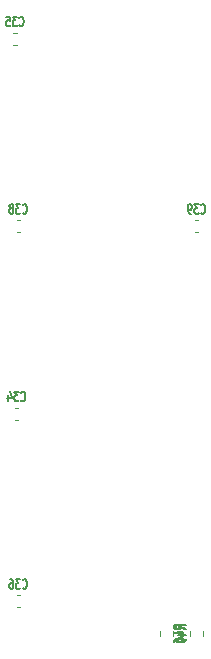
<source format=gbo>
%TF.GenerationSoftware,KiCad,Pcbnew,(6.0.7)*%
%TF.CreationDate,2022-12-07T22:38:20+09:00*%
%TF.ProjectId,multi_channel_temperature,6d756c74-695f-4636-9861-6e6e656c5f74,rev?*%
%TF.SameCoordinates,Original*%
%TF.FileFunction,Legend,Bot*%
%TF.FilePolarity,Positive*%
%FSLAX46Y46*%
G04 Gerber Fmt 4.6, Leading zero omitted, Abs format (unit mm)*
G04 Created by KiCad (PCBNEW (6.0.7)) date 2022-12-07 22:38:20*
%MOMM*%
%LPD*%
G01*
G04 APERTURE LIST*
%ADD10C,0.150000*%
%ADD11C,0.120000*%
G04 APERTURE END LIST*
D10*
%TO.C,R46*%
X-26468095Y-4885285D02*
X-26849047Y-4685285D01*
X-26468095Y-4542428D02*
X-27268095Y-4542428D01*
X-27268095Y-4771000D01*
X-27230000Y-4828142D01*
X-27191904Y-4856714D01*
X-27115714Y-4885285D01*
X-27001428Y-4885285D01*
X-26925238Y-4856714D01*
X-26887142Y-4828142D01*
X-26849047Y-4771000D01*
X-26849047Y-4542428D01*
X-27001428Y-5399571D02*
X-26468095Y-5399571D01*
X-27306190Y-5256714D02*
X-26734761Y-5113857D01*
X-26734761Y-5485285D01*
X-27268095Y-5971000D02*
X-27268095Y-5856714D01*
X-27230000Y-5799571D01*
X-27191904Y-5771000D01*
X-27077619Y-5713857D01*
X-26925238Y-5685285D01*
X-26620476Y-5685285D01*
X-26544285Y-5713857D01*
X-26506190Y-5742428D01*
X-26468095Y-5799571D01*
X-26468095Y-5913857D01*
X-26506190Y-5971000D01*
X-26544285Y-5999571D01*
X-26620476Y-6028142D01*
X-26810952Y-6028142D01*
X-26887142Y-5999571D01*
X-26925238Y-5971000D01*
X-26963333Y-5913857D01*
X-26963333Y-5799571D01*
X-26925238Y-5742428D01*
X-26887142Y-5713857D01*
X-26810952Y-5685285D01*
%TO.C,C36*%
X-40114285Y-1395714D02*
X-40085714Y-1433809D01*
X-40000000Y-1471904D01*
X-39942857Y-1471904D01*
X-39857142Y-1433809D01*
X-39800000Y-1357619D01*
X-39771428Y-1281428D01*
X-39742857Y-1129047D01*
X-39742857Y-1014761D01*
X-39771428Y-862380D01*
X-39800000Y-786190D01*
X-39857142Y-710000D01*
X-39942857Y-671904D01*
X-40000000Y-671904D01*
X-40085714Y-710000D01*
X-40114285Y-748095D01*
X-40314285Y-671904D02*
X-40685714Y-671904D01*
X-40485714Y-976666D01*
X-40571428Y-976666D01*
X-40628571Y-1014761D01*
X-40657142Y-1052857D01*
X-40685714Y-1129047D01*
X-40685714Y-1319523D01*
X-40657142Y-1395714D01*
X-40628571Y-1433809D01*
X-40571428Y-1471904D01*
X-40400000Y-1471904D01*
X-40342857Y-1433809D01*
X-40314285Y-1395714D01*
X-41200000Y-671904D02*
X-41085714Y-671904D01*
X-41028571Y-710000D01*
X-41000000Y-748095D01*
X-40942857Y-862380D01*
X-40914285Y-1014761D01*
X-40914285Y-1319523D01*
X-40942857Y-1395714D01*
X-40971428Y-1433809D01*
X-41028571Y-1471904D01*
X-41142857Y-1471904D01*
X-41200000Y-1433809D01*
X-41228571Y-1395714D01*
X-41257142Y-1319523D01*
X-41257142Y-1129047D01*
X-41228571Y-1052857D01*
X-41200000Y-1014761D01*
X-41142857Y-976666D01*
X-41028571Y-976666D01*
X-40971428Y-1014761D01*
X-40942857Y-1052857D01*
X-40914285Y-1129047D01*
%TO.C,C35*%
X-40394285Y46229285D02*
X-40365714Y46191190D01*
X-40280000Y46153095D01*
X-40222857Y46153095D01*
X-40137142Y46191190D01*
X-40080000Y46267380D01*
X-40051428Y46343571D01*
X-40022857Y46495952D01*
X-40022857Y46610238D01*
X-40051428Y46762619D01*
X-40080000Y46838809D01*
X-40137142Y46915000D01*
X-40222857Y46953095D01*
X-40280000Y46953095D01*
X-40365714Y46915000D01*
X-40394285Y46876904D01*
X-40594285Y46953095D02*
X-40965714Y46953095D01*
X-40765714Y46648333D01*
X-40851428Y46648333D01*
X-40908571Y46610238D01*
X-40937142Y46572142D01*
X-40965714Y46495952D01*
X-40965714Y46305476D01*
X-40937142Y46229285D01*
X-40908571Y46191190D01*
X-40851428Y46153095D01*
X-40680000Y46153095D01*
X-40622857Y46191190D01*
X-40594285Y46229285D01*
X-41508571Y46953095D02*
X-41222857Y46953095D01*
X-41194285Y46572142D01*
X-41222857Y46610238D01*
X-41280000Y46648333D01*
X-41422857Y46648333D01*
X-41480000Y46610238D01*
X-41508571Y46572142D01*
X-41537142Y46495952D01*
X-41537142Y46305476D01*
X-41508571Y46229285D01*
X-41480000Y46191190D01*
X-41422857Y46153095D01*
X-41280000Y46153095D01*
X-41222857Y46191190D01*
X-41194285Y46229285D01*
%TO.C,C39*%
X-25014285Y30354285D02*
X-24985714Y30316190D01*
X-24900000Y30278095D01*
X-24842857Y30278095D01*
X-24757142Y30316190D01*
X-24700000Y30392380D01*
X-24671428Y30468571D01*
X-24642857Y30620952D01*
X-24642857Y30735238D01*
X-24671428Y30887619D01*
X-24700000Y30963809D01*
X-24757142Y31040000D01*
X-24842857Y31078095D01*
X-24900000Y31078095D01*
X-24985714Y31040000D01*
X-25014285Y31001904D01*
X-25214285Y31078095D02*
X-25585714Y31078095D01*
X-25385714Y30773333D01*
X-25471428Y30773333D01*
X-25528571Y30735238D01*
X-25557142Y30697142D01*
X-25585714Y30620952D01*
X-25585714Y30430476D01*
X-25557142Y30354285D01*
X-25528571Y30316190D01*
X-25471428Y30278095D01*
X-25300000Y30278095D01*
X-25242857Y30316190D01*
X-25214285Y30354285D01*
X-25871428Y30278095D02*
X-25985714Y30278095D01*
X-26042857Y30316190D01*
X-26071428Y30354285D01*
X-26128571Y30468571D01*
X-26157142Y30620952D01*
X-26157142Y30925714D01*
X-26128571Y31001904D01*
X-26100000Y31040000D01*
X-26042857Y31078095D01*
X-25928571Y31078095D01*
X-25871428Y31040000D01*
X-25842857Y31001904D01*
X-25814285Y30925714D01*
X-25814285Y30735238D01*
X-25842857Y30659047D01*
X-25871428Y30620952D01*
X-25928571Y30582857D01*
X-26042857Y30582857D01*
X-26100000Y30620952D01*
X-26128571Y30659047D01*
X-26157142Y30735238D01*
%TO.C,C38*%
X-40114285Y30354285D02*
X-40085714Y30316190D01*
X-40000000Y30278095D01*
X-39942857Y30278095D01*
X-39857142Y30316190D01*
X-39800000Y30392380D01*
X-39771428Y30468571D01*
X-39742857Y30620952D01*
X-39742857Y30735238D01*
X-39771428Y30887619D01*
X-39800000Y30963809D01*
X-39857142Y31040000D01*
X-39942857Y31078095D01*
X-40000000Y31078095D01*
X-40085714Y31040000D01*
X-40114285Y31001904D01*
X-40314285Y31078095D02*
X-40685714Y31078095D01*
X-40485714Y30773333D01*
X-40571428Y30773333D01*
X-40628571Y30735238D01*
X-40657142Y30697142D01*
X-40685714Y30620952D01*
X-40685714Y30430476D01*
X-40657142Y30354285D01*
X-40628571Y30316190D01*
X-40571428Y30278095D01*
X-40400000Y30278095D01*
X-40342857Y30316190D01*
X-40314285Y30354285D01*
X-41028571Y30735238D02*
X-40971428Y30773333D01*
X-40942857Y30811428D01*
X-40914285Y30887619D01*
X-40914285Y30925714D01*
X-40942857Y31001904D01*
X-40971428Y31040000D01*
X-41028571Y31078095D01*
X-41142857Y31078095D01*
X-41200000Y31040000D01*
X-41228571Y31001904D01*
X-41257142Y30925714D01*
X-41257142Y30887619D01*
X-41228571Y30811428D01*
X-41200000Y30773333D01*
X-41142857Y30735238D01*
X-41028571Y30735238D01*
X-40971428Y30697142D01*
X-40942857Y30659047D01*
X-40914285Y30582857D01*
X-40914285Y30430476D01*
X-40942857Y30354285D01*
X-40971428Y30316190D01*
X-41028571Y30278095D01*
X-41142857Y30278095D01*
X-41200000Y30316190D01*
X-41228571Y30354285D01*
X-41257142Y30430476D01*
X-41257142Y30582857D01*
X-41228571Y30659047D01*
X-41200000Y30697142D01*
X-41142857Y30735238D01*
%TO.C,C34*%
X-40254285Y14479285D02*
X-40225714Y14441190D01*
X-40140000Y14403095D01*
X-40082857Y14403095D01*
X-39997142Y14441190D01*
X-39940000Y14517380D01*
X-39911428Y14593571D01*
X-39882857Y14745952D01*
X-39882857Y14860238D01*
X-39911428Y15012619D01*
X-39940000Y15088809D01*
X-39997142Y15165000D01*
X-40082857Y15203095D01*
X-40140000Y15203095D01*
X-40225714Y15165000D01*
X-40254285Y15126904D01*
X-40454285Y15203095D02*
X-40825714Y15203095D01*
X-40625714Y14898333D01*
X-40711428Y14898333D01*
X-40768571Y14860238D01*
X-40797142Y14822142D01*
X-40825714Y14745952D01*
X-40825714Y14555476D01*
X-40797142Y14479285D01*
X-40768571Y14441190D01*
X-40711428Y14403095D01*
X-40540000Y14403095D01*
X-40482857Y14441190D01*
X-40454285Y14479285D01*
X-41340000Y14936428D02*
X-41340000Y14403095D01*
X-41197142Y15241190D02*
X-41054285Y14669761D01*
X-41425714Y14669761D01*
%TO.C,R49*%
X-26308095Y-4885285D02*
X-26689047Y-4685285D01*
X-26308095Y-4542428D02*
X-27108095Y-4542428D01*
X-27108095Y-4771000D01*
X-27070000Y-4828142D01*
X-27031904Y-4856714D01*
X-26955714Y-4885285D01*
X-26841428Y-4885285D01*
X-26765238Y-4856714D01*
X-26727142Y-4828142D01*
X-26689047Y-4771000D01*
X-26689047Y-4542428D01*
X-26841428Y-5399571D02*
X-26308095Y-5399571D01*
X-27146190Y-5256714D02*
X-26574761Y-5113857D01*
X-26574761Y-5485285D01*
X-26308095Y-5742428D02*
X-26308095Y-5856714D01*
X-26346190Y-5913857D01*
X-26384285Y-5942428D01*
X-26498571Y-5999571D01*
X-26650952Y-6028142D01*
X-26955714Y-6028142D01*
X-27031904Y-5999571D01*
X-27070000Y-5971000D01*
X-27108095Y-5913857D01*
X-27108095Y-5799571D01*
X-27070000Y-5742428D01*
X-27031904Y-5713857D01*
X-26955714Y-5685285D01*
X-26765238Y-5685285D01*
X-26689047Y-5713857D01*
X-26650952Y-5742428D01*
X-26612857Y-5799571D01*
X-26612857Y-5913857D01*
X-26650952Y-5971000D01*
X-26689047Y-5999571D01*
X-26765238Y-6028142D01*
D11*
%TO.C,R46*%
X-25922500Y-5033742D02*
X-25922500Y-5508258D01*
X-24877500Y-5033742D02*
X-24877500Y-5508258D01*
%TO.C,C36*%
X-40359420Y-3050000D02*
X-40640580Y-3050000D01*
X-40359420Y-2030000D02*
X-40640580Y-2030000D01*
%TO.C,C35*%
X-40639420Y44575000D02*
X-40920580Y44575000D01*
X-40639420Y45595000D02*
X-40920580Y45595000D01*
%TO.C,C39*%
X-25259420Y29720000D02*
X-25540580Y29720000D01*
X-25259420Y28700000D02*
X-25540580Y28700000D01*
%TO.C,C38*%
X-40359420Y28700000D02*
X-40640580Y28700000D01*
X-40359420Y29720000D02*
X-40640580Y29720000D01*
%TO.C,C34*%
X-40499420Y12825000D02*
X-40780580Y12825000D01*
X-40499420Y13845000D02*
X-40780580Y13845000D01*
%TO.C,R49*%
X-27417500Y-5033742D02*
X-27417500Y-5508258D01*
X-28462500Y-5033742D02*
X-28462500Y-5508258D01*
%TD*%
M02*

</source>
